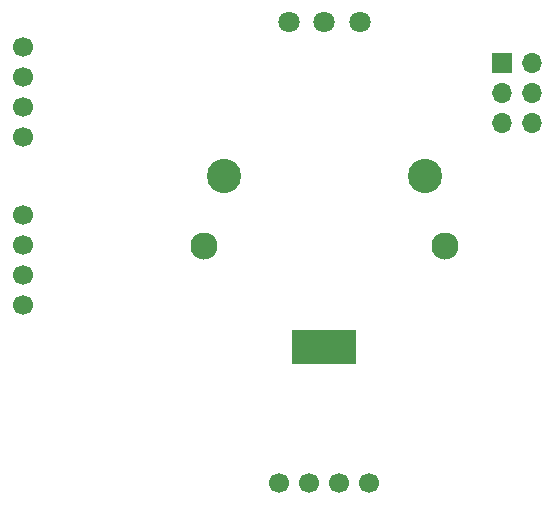
<source format=gbr>
%TF.GenerationSoftware,KiCad,Pcbnew,(5.1.12)-1*%
%TF.CreationDate,2022-08-23T16:13:07-05:00*%
%TF.ProjectId,Stepper_Motor_Controller,53746570-7065-4725-9f4d-6f746f725f43,rev?*%
%TF.SameCoordinates,Original*%
%TF.FileFunction,Copper,L4,Bot*%
%TF.FilePolarity,Positive*%
%FSLAX46Y46*%
G04 Gerber Fmt 4.6, Leading zero omitted, Abs format (unit mm)*
G04 Created by KiCad (PCBNEW (5.1.12)-1) date 2022-08-23 16:13:07*
%MOMM*%
%LPD*%
G01*
G04 APERTURE LIST*
%TA.AperFunction,ComponentPad*%
%ADD10C,1.700000*%
%TD*%
%TA.AperFunction,ComponentPad*%
%ADD11C,1.800000*%
%TD*%
%TA.AperFunction,ComponentPad*%
%ADD12C,2.300000*%
%TD*%
%TA.AperFunction,ComponentPad*%
%ADD13C,2.900000*%
%TD*%
%TA.AperFunction,SMDPad,CuDef*%
%ADD14R,5.400000X2.850000*%
%TD*%
%TA.AperFunction,ComponentPad*%
%ADD15C,0.600000*%
%TD*%
%TA.AperFunction,ComponentPad*%
%ADD16O,1.700000X1.700000*%
%TD*%
%TA.AperFunction,ComponentPad*%
%ADD17R,1.700000X1.700000*%
%TD*%
G04 APERTURE END LIST*
D10*
%TO.P,J4,1*%
%TO.N,+12V*%
X74500000Y-103290000D03*
%TO.P,J4,2*%
%TO.N,SDA*%
X74500000Y-105830000D03*
%TO.P,J4,4*%
%TO.N,GND*%
X74500000Y-110910000D03*
%TO.P,J4,3*%
%TO.N,SCL*%
X74500000Y-108370000D03*
%TD*%
%TO.P,J3,1*%
%TO.N,+12V*%
X74500000Y-89120000D03*
%TO.P,J3,2*%
%TO.N,SDA*%
X74500000Y-91660000D03*
%TO.P,J3,4*%
%TO.N,GND*%
X74500000Y-96740000D03*
%TO.P,J3,3*%
%TO.N,SCL*%
X74500000Y-94200000D03*
%TD*%
D11*
%TO.P,U3,1*%
%TO.N,/RC_A_IN*%
X103000000Y-87000000D03*
%TO.P,U3,2*%
%TO.N,/RC_B_IN*%
X97000000Y-87000000D03*
%TO.P,U3,3*%
%TO.N,GND*%
X100000000Y-87000000D03*
D12*
%TO.P,U3,4*%
%TO.N,Net-(U3-Pad4)*%
X110220000Y-105900000D03*
D13*
%TO.P,U3,5*%
%TO.N,Net-(U3-Pad5)*%
X108500000Y-100000000D03*
%TO.P,U3,6*%
%TO.N,Net-(U3-Pad6)*%
X91500000Y-100000000D03*
D12*
%TO.P,U3,7*%
%TO.N,Net-(U3-Pad7)*%
X89780000Y-105900000D03*
%TD*%
D10*
%TO.P,J2,1*%
%TO.N,AOUT1*%
X96190000Y-126000000D03*
%TO.P,J2,2*%
%TO.N,AOUT2*%
X98730000Y-126000000D03*
%TO.P,J2,4*%
%TO.N,BOUT1*%
X103810000Y-126000000D03*
%TO.P,J2,3*%
%TO.N,BOUT2*%
X101270000Y-126000000D03*
%TD*%
D14*
%TO.P,U2,29*%
%TO.N,GND*%
X100000000Y-114500000D03*
D15*
X102400000Y-113375000D03*
X102400000Y-115625000D03*
X100800000Y-113375000D03*
X100800000Y-115625000D03*
X99200000Y-113375000D03*
X99200000Y-115625000D03*
X97600000Y-113375000D03*
X97600000Y-115625000D03*
%TD*%
D16*
%TO.P,J1,6*%
%TO.N,GND*%
X117540000Y-95530000D03*
%TO.P,J1,5*%
%TO.N,Net-(J1-Pad5)*%
X115000000Y-95530000D03*
%TO.P,J1,4*%
%TO.N,Net-(J1-Pad4)*%
X117540000Y-92990000D03*
%TO.P,J1,3*%
%TO.N,Net-(J1-Pad3)*%
X115000000Y-92990000D03*
%TO.P,J1,2*%
%TO.N,+3V3*%
X117540000Y-90450000D03*
D17*
%TO.P,J1,1*%
%TO.N,/UPDI*%
X115000000Y-90450000D03*
%TD*%
M02*

</source>
